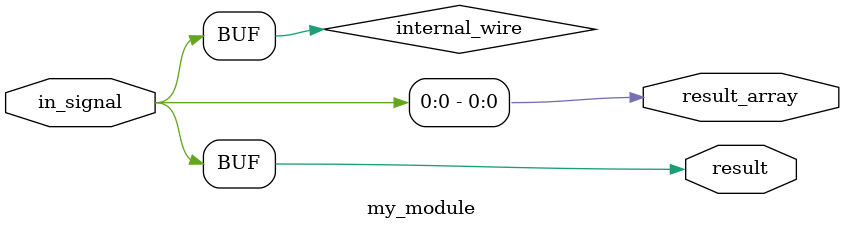
<source format=sv>
module my_module(
  input logic in_signal,
  output logic result,
  output logic [3:0] result_array
);

  logic internal_wire;

  assign internal_wire = in_signal;

  always_comb begin
    result_array[0] = internal_wire;
    result = internal_wire;
  end

endmodule
</source>
